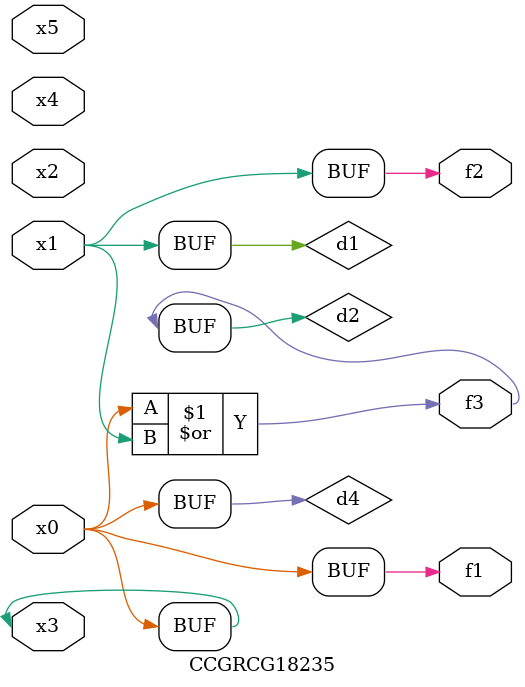
<source format=v>
module CCGRCG18235(
	input x0, x1, x2, x3, x4, x5,
	output f1, f2, f3
);

	wire d1, d2, d3, d4;

	and (d1, x1);
	or (d2, x0, x1);
	nand (d3, x0, x5);
	buf (d4, x0, x3);
	assign f1 = d4;
	assign f2 = d1;
	assign f3 = d2;
endmodule

</source>
